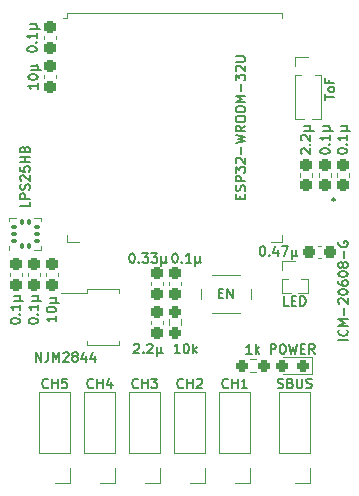
<source format=gto>
G04 #@! TF.GenerationSoftware,KiCad,Pcbnew,(6.0.1)*
G04 #@! TF.CreationDate,2022-07-28T15:49:31+09:00*
G04 #@! TF.ProjectId,Fc_stm32,46635f73-746d-4333-922e-6b696361645f,rev?*
G04 #@! TF.SameCoordinates,Original*
G04 #@! TF.FileFunction,Legend,Top*
G04 #@! TF.FilePolarity,Positive*
%FSLAX46Y46*%
G04 Gerber Fmt 4.6, Leading zero omitted, Abs format (unit mm)*
G04 Created by KiCad (PCBNEW (6.0.1)) date 2022-07-28 15:49:31*
%MOMM*%
%LPD*%
G01*
G04 APERTURE LIST*
G04 Aperture macros list*
%AMRoundRect*
0 Rectangle with rounded corners*
0 $1 Rounding radius*
0 $2 $3 $4 $5 $6 $7 $8 $9 X,Y pos of 4 corners*
0 Add a 4 corners polygon primitive as box body*
4,1,4,$2,$3,$4,$5,$6,$7,$8,$9,$2,$3,0*
0 Add four circle primitives for the rounded corners*
1,1,$1+$1,$2,$3*
1,1,$1+$1,$4,$5*
1,1,$1+$1,$6,$7*
1,1,$1+$1,$8,$9*
0 Add four rect primitives between the rounded corners*
20,1,$1+$1,$2,$3,$4,$5,0*
20,1,$1+$1,$4,$5,$6,$7,0*
20,1,$1+$1,$6,$7,$8,$9,0*
20,1,$1+$1,$8,$9,$2,$3,0*%
%AMFreePoly0*
4,1,13,0.900000,0.500000,3.600000,0.500000,3.600000,-0.500000,0.900000,-0.500000,0.400000,-1.000000,-0.400000,-1.000000,-0.900000,-0.500000,-3.600000,-0.500000,-3.600000,0.500000,-0.900000,0.500000,-0.400000,1.000000,0.400000,1.000000,0.900000,0.500000,0.900000,0.500000,$1*%
G04 Aperture macros list end*
%ADD10C,0.150000*%
%ADD11C,0.120000*%
%ADD12C,0.100000*%
%ADD13C,0.200000*%
%ADD14RoundRect,0.237500X0.237500X-0.300000X0.237500X0.300000X-0.237500X0.300000X-0.237500X-0.300000X0*%
%ADD15R,1.700000X1.700000*%
%ADD16O,1.700000X1.700000*%
%ADD17R,1.000000X1.000000*%
%ADD18O,1.000000X1.000000*%
%ADD19RoundRect,0.100000X0.100000X-0.175000X0.100000X0.175000X-0.100000X0.175000X-0.100000X-0.175000X0*%
%ADD20RoundRect,0.100000X0.175000X-0.100000X0.175000X0.100000X-0.175000X0.100000X-0.175000X-0.100000X0*%
%ADD21C,2.200000*%
%ADD22R,1.050000X0.650000*%
%ADD23R,2.500000X0.700000*%
%ADD24FreePoly0,0.000000*%
%ADD25RoundRect,0.237500X0.300000X0.237500X-0.300000X0.237500X-0.300000X-0.237500X0.300000X-0.237500X0*%
%ADD26RoundRect,0.237500X0.250000X0.237500X-0.250000X0.237500X-0.250000X-0.237500X0.250000X-0.237500X0*%
%ADD27RoundRect,0.237500X-0.237500X0.300000X-0.237500X-0.300000X0.237500X-0.300000X0.237500X0.300000X0*%
%ADD28RoundRect,0.237500X-0.237500X0.250000X-0.237500X-0.250000X0.237500X-0.250000X0.237500X0.250000X0*%
%ADD29R,2.000000X0.900000*%
%ADD30R,0.900000X2.000000*%
%ADD31R,5.000000X5.000000*%
%ADD32R,0.500000X0.300000*%
%ADD33R,0.300000X0.500000*%
%ADD34RoundRect,0.237500X0.287500X0.237500X-0.287500X0.237500X-0.287500X-0.237500X0.287500X-0.237500X0*%
G04 APERTURE END LIST*
D10*
X10763295Y-11887047D02*
X10725200Y-11848952D01*
X10687104Y-11772761D01*
X10687104Y-11582285D01*
X10725200Y-11506095D01*
X10763295Y-11468000D01*
X10839485Y-11429904D01*
X10915676Y-11429904D01*
X11029961Y-11468000D01*
X11487104Y-11925142D01*
X11487104Y-11429904D01*
X11410914Y-11087047D02*
X11449009Y-11048952D01*
X11487104Y-11087047D01*
X11449009Y-11125142D01*
X11410914Y-11087047D01*
X11487104Y-11087047D01*
X10763295Y-10744190D02*
X10725200Y-10706095D01*
X10687104Y-10629904D01*
X10687104Y-10439428D01*
X10725200Y-10363238D01*
X10763295Y-10325142D01*
X10839485Y-10287047D01*
X10915676Y-10287047D01*
X11029961Y-10325142D01*
X11487104Y-10782285D01*
X11487104Y-10287047D01*
X10953771Y-9944190D02*
X11753771Y-9944190D01*
X11372819Y-9563238D02*
X11449009Y-9525142D01*
X11487104Y-9448952D01*
X11372819Y-9944190D02*
X11449009Y-9906095D01*
X11487104Y-9829904D01*
X11487104Y-9677523D01*
X11449009Y-9601333D01*
X11372819Y-9563238D01*
X10953771Y-9563238D01*
X717619Y-31639714D02*
X679523Y-31677809D01*
X565238Y-31715904D01*
X489047Y-31715904D01*
X374761Y-31677809D01*
X298571Y-31601619D01*
X260476Y-31525428D01*
X222380Y-31373047D01*
X222380Y-31258761D01*
X260476Y-31106380D01*
X298571Y-31030190D01*
X374761Y-30954000D01*
X489047Y-30915904D01*
X565238Y-30915904D01*
X679523Y-30954000D01*
X717619Y-30992095D01*
X1060476Y-31715904D02*
X1060476Y-30915904D01*
X1060476Y-31296857D02*
X1517619Y-31296857D01*
X1517619Y-31715904D02*
X1517619Y-30915904D01*
X1860476Y-30992095D02*
X1898571Y-30954000D01*
X1974761Y-30915904D01*
X2165238Y-30915904D01*
X2241428Y-30954000D01*
X2279523Y-30992095D01*
X2317619Y-31068285D01*
X2317619Y-31144476D01*
X2279523Y-31258761D01*
X1822380Y-31715904D01*
X2317619Y-31715904D01*
X9645714Y-24745904D02*
X9264761Y-24745904D01*
X9264761Y-23945904D01*
X9912380Y-24326857D02*
X10179047Y-24326857D01*
X10293333Y-24745904D02*
X9912380Y-24745904D01*
X9912380Y-23945904D01*
X10293333Y-23945904D01*
X10636190Y-24745904D02*
X10636190Y-23945904D01*
X10826666Y-23945904D01*
X10940952Y-23984000D01*
X11017142Y-24060190D01*
X11055238Y-24136380D01*
X11093333Y-24288761D01*
X11093333Y-24403047D01*
X11055238Y-24555428D01*
X11017142Y-24631619D01*
X10940952Y-24707809D01*
X10826666Y-24745904D01*
X10636190Y-24745904D01*
X-3092380Y-31639714D02*
X-3130476Y-31677809D01*
X-3244761Y-31715904D01*
X-3320952Y-31715904D01*
X-3435238Y-31677809D01*
X-3511428Y-31601619D01*
X-3549523Y-31525428D01*
X-3587619Y-31373047D01*
X-3587619Y-31258761D01*
X-3549523Y-31106380D01*
X-3511428Y-31030190D01*
X-3435238Y-30954000D01*
X-3320952Y-30915904D01*
X-3244761Y-30915904D01*
X-3130476Y-30954000D01*
X-3092380Y-30992095D01*
X-2749523Y-31715904D02*
X-2749523Y-30915904D01*
X-2749523Y-31296857D02*
X-2292380Y-31296857D01*
X-2292380Y-31715904D02*
X-2292380Y-30915904D01*
X-1987619Y-30915904D02*
X-1492380Y-30915904D01*
X-1759047Y-31220666D01*
X-1644761Y-31220666D01*
X-1568571Y-31258761D01*
X-1530476Y-31296857D01*
X-1492380Y-31373047D01*
X-1492380Y-31563523D01*
X-1530476Y-31639714D01*
X-1568571Y-31677809D01*
X-1644761Y-31715904D01*
X-1873333Y-31715904D01*
X-1949523Y-31677809D01*
X-1987619Y-31639714D01*
X-12571Y-20288304D02*
X63619Y-20288304D01*
X139809Y-20326400D01*
X177904Y-20364495D01*
X216000Y-20440685D01*
X254095Y-20593066D01*
X254095Y-20783542D01*
X216000Y-20935923D01*
X177904Y-21012114D01*
X139809Y-21050209D01*
X63619Y-21088304D01*
X-12571Y-21088304D01*
X-88761Y-21050209D01*
X-126857Y-21012114D01*
X-164952Y-20935923D01*
X-203047Y-20783542D01*
X-203047Y-20593066D01*
X-164952Y-20440685D01*
X-126857Y-20364495D01*
X-88761Y-20326400D01*
X-12571Y-20288304D01*
X596952Y-21012114D02*
X635047Y-21050209D01*
X596952Y-21088304D01*
X558857Y-21050209D01*
X596952Y-21012114D01*
X596952Y-21088304D01*
X1396952Y-21088304D02*
X939809Y-21088304D01*
X1168380Y-21088304D02*
X1168380Y-20288304D01*
X1092190Y-20402590D01*
X1016000Y-20478780D01*
X939809Y-20516876D01*
X1739809Y-20554971D02*
X1739809Y-21354971D01*
X2120761Y-20974019D02*
X2158857Y-21050209D01*
X2235047Y-21088304D01*
X1739809Y-20974019D02*
X1777904Y-21050209D01*
X1854095Y-21088304D01*
X2006476Y-21088304D01*
X2082666Y-21050209D01*
X2120761Y-20974019D01*
X2120761Y-20554971D01*
X-3454247Y-28035295D02*
X-3416152Y-27997200D01*
X-3339961Y-27959104D01*
X-3149485Y-27959104D01*
X-3073295Y-27997200D01*
X-3035199Y-28035295D01*
X-2997104Y-28111485D01*
X-2997104Y-28187676D01*
X-3035199Y-28301961D01*
X-3492342Y-28759104D01*
X-2997104Y-28759104D01*
X-2654247Y-28682914D02*
X-2616152Y-28721009D01*
X-2654247Y-28759104D01*
X-2692342Y-28721009D01*
X-2654247Y-28682914D01*
X-2654247Y-28759104D01*
X-2311390Y-28035295D02*
X-2273295Y-27997200D01*
X-2197104Y-27959104D01*
X-2006628Y-27959104D01*
X-1930438Y-27997200D01*
X-1892342Y-28035295D01*
X-1854247Y-28111485D01*
X-1854247Y-28187676D01*
X-1892342Y-28301961D01*
X-2349485Y-28759104D01*
X-1854247Y-28759104D01*
X-1511390Y-28225771D02*
X-1511390Y-29025771D01*
X-1130438Y-28644819D02*
X-1092342Y-28721009D01*
X-1016152Y-28759104D01*
X-1511390Y-28644819D02*
X-1473295Y-28721009D01*
X-1397104Y-28759104D01*
X-1244723Y-28759104D01*
X-1168533Y-28721009D01*
X-1130438Y-28644819D01*
X-1130438Y-28225771D01*
X-12287295Y-15957285D02*
X-12287295Y-16338238D01*
X-13087295Y-16338238D01*
X-12287295Y-15690619D02*
X-13087295Y-15690619D01*
X-13087295Y-15385857D01*
X-13049200Y-15309666D01*
X-13011104Y-15271571D01*
X-12934914Y-15233476D01*
X-12820628Y-15233476D01*
X-12744438Y-15271571D01*
X-12706342Y-15309666D01*
X-12668247Y-15385857D01*
X-12668247Y-15690619D01*
X-12325390Y-14928714D02*
X-12287295Y-14814428D01*
X-12287295Y-14623952D01*
X-12325390Y-14547761D01*
X-12363485Y-14509666D01*
X-12439676Y-14471571D01*
X-12515866Y-14471571D01*
X-12592057Y-14509666D01*
X-12630152Y-14547761D01*
X-12668247Y-14623952D01*
X-12706342Y-14776333D01*
X-12744438Y-14852523D01*
X-12782533Y-14890619D01*
X-12858723Y-14928714D01*
X-12934914Y-14928714D01*
X-13011104Y-14890619D01*
X-13049200Y-14852523D01*
X-13087295Y-14776333D01*
X-13087295Y-14585857D01*
X-13049200Y-14471571D01*
X-13011104Y-14166809D02*
X-13049200Y-14128714D01*
X-13087295Y-14052523D01*
X-13087295Y-13862047D01*
X-13049200Y-13785857D01*
X-13011104Y-13747761D01*
X-12934914Y-13709666D01*
X-12858723Y-13709666D01*
X-12744438Y-13747761D01*
X-12287295Y-14204904D01*
X-12287295Y-13709666D01*
X-13087295Y-12985857D02*
X-13087295Y-13366809D01*
X-12706342Y-13404904D01*
X-12744438Y-13366809D01*
X-12782533Y-13290619D01*
X-12782533Y-13100142D01*
X-12744438Y-13023952D01*
X-12706342Y-12985857D01*
X-12630152Y-12947761D01*
X-12439676Y-12947761D01*
X-12363485Y-12985857D01*
X-12325390Y-13023952D01*
X-12287295Y-13100142D01*
X-12287295Y-13290619D01*
X-12325390Y-13366809D01*
X-12363485Y-13404904D01*
X-12287295Y-12604904D02*
X-13087295Y-12604904D01*
X-12706342Y-12604904D02*
X-12706342Y-12147761D01*
X-12287295Y-12147761D02*
X-13087295Y-12147761D01*
X-12706342Y-11500142D02*
X-12668247Y-11385857D01*
X-12630152Y-11347761D01*
X-12553961Y-11309666D01*
X-12439676Y-11309666D01*
X-12363485Y-11347761D01*
X-12325390Y-11385857D01*
X-12287295Y-11462047D01*
X-12287295Y-11766809D01*
X-13087295Y-11766809D01*
X-13087295Y-11500142D01*
X-13049200Y-11423952D01*
X-13011104Y-11385857D01*
X-12934914Y-11347761D01*
X-12858723Y-11347761D01*
X-12782533Y-11385857D01*
X-12744438Y-11423952D01*
X-12706342Y-11500142D01*
X-12706342Y-11766809D01*
X13785904Y-11696571D02*
X13785904Y-11620380D01*
X13824000Y-11544190D01*
X13862095Y-11506095D01*
X13938285Y-11468000D01*
X14090666Y-11429904D01*
X14281142Y-11429904D01*
X14433523Y-11468000D01*
X14509714Y-11506095D01*
X14547809Y-11544190D01*
X14585904Y-11620380D01*
X14585904Y-11696571D01*
X14547809Y-11772761D01*
X14509714Y-11810857D01*
X14433523Y-11848952D01*
X14281142Y-11887047D01*
X14090666Y-11887047D01*
X13938285Y-11848952D01*
X13862095Y-11810857D01*
X13824000Y-11772761D01*
X13785904Y-11696571D01*
X14509714Y-11087047D02*
X14547809Y-11048952D01*
X14585904Y-11087047D01*
X14547809Y-11125142D01*
X14509714Y-11087047D01*
X14585904Y-11087047D01*
X14585904Y-10287047D02*
X14585904Y-10744190D01*
X14585904Y-10515619D02*
X13785904Y-10515619D01*
X13900190Y-10591809D01*
X13976380Y-10668000D01*
X14014476Y-10744190D01*
X14052571Y-9944190D02*
X14852571Y-9944190D01*
X14471619Y-9563238D02*
X14547809Y-9525142D01*
X14585904Y-9448952D01*
X14471619Y-9944190D02*
X14547809Y-9906095D01*
X14585904Y-9829904D01*
X14585904Y-9677523D01*
X14547809Y-9601333D01*
X14471619Y-9563238D01*
X14052571Y-9563238D01*
X3727523Y-23691857D02*
X3994190Y-23691857D01*
X4108476Y-24110904D02*
X3727523Y-24110904D01*
X3727523Y-23310904D01*
X4108476Y-23310904D01*
X4451333Y-24110904D02*
X4451333Y-23310904D01*
X4908476Y-24110904D01*
X4908476Y-23310904D01*
X-10052095Y-25615828D02*
X-10052095Y-26072971D01*
X-10052095Y-25844400D02*
X-10852095Y-25844400D01*
X-10737809Y-25920590D01*
X-10661619Y-25996780D01*
X-10623523Y-26072971D01*
X-10852095Y-25120590D02*
X-10852095Y-25044400D01*
X-10814000Y-24968209D01*
X-10775904Y-24930114D01*
X-10699714Y-24892019D01*
X-10547333Y-24853923D01*
X-10356857Y-24853923D01*
X-10204476Y-24892019D01*
X-10128285Y-24930114D01*
X-10090190Y-24968209D01*
X-10052095Y-25044400D01*
X-10052095Y-25120590D01*
X-10090190Y-25196780D01*
X-10128285Y-25234876D01*
X-10204476Y-25272971D01*
X-10356857Y-25311066D01*
X-10547333Y-25311066D01*
X-10699714Y-25272971D01*
X-10775904Y-25234876D01*
X-10814000Y-25196780D01*
X-10852095Y-25120590D01*
X-10585428Y-24511066D02*
X-9785428Y-24511066D01*
X-10166380Y-24130114D02*
X-10090190Y-24092019D01*
X-10052095Y-24015828D01*
X-10166380Y-24511066D02*
X-10090190Y-24472971D01*
X-10052095Y-24396780D01*
X-10052095Y-24244400D01*
X-10090190Y-24168209D01*
X-10166380Y-24130114D01*
X-10585428Y-24130114D01*
X-12503095Y-3060571D02*
X-12503095Y-2984380D01*
X-12465000Y-2908190D01*
X-12426904Y-2870095D01*
X-12350714Y-2832000D01*
X-12198333Y-2793904D01*
X-12007857Y-2793904D01*
X-11855476Y-2832000D01*
X-11779285Y-2870095D01*
X-11741190Y-2908190D01*
X-11703095Y-2984380D01*
X-11703095Y-3060571D01*
X-11741190Y-3136761D01*
X-11779285Y-3174857D01*
X-11855476Y-3212952D01*
X-12007857Y-3251047D01*
X-12198333Y-3251047D01*
X-12350714Y-3212952D01*
X-12426904Y-3174857D01*
X-12465000Y-3136761D01*
X-12503095Y-3060571D01*
X-11779285Y-2451047D02*
X-11741190Y-2412952D01*
X-11703095Y-2451047D01*
X-11741190Y-2489142D01*
X-11779285Y-2451047D01*
X-11703095Y-2451047D01*
X-11703095Y-1651047D02*
X-11703095Y-2108190D01*
X-11703095Y-1879619D02*
X-12503095Y-1879619D01*
X-12388809Y-1955809D01*
X-12312619Y-2032000D01*
X-12274523Y-2108190D01*
X-12236428Y-1308190D02*
X-11436428Y-1308190D01*
X-11817380Y-927238D02*
X-11741190Y-889142D01*
X-11703095Y-812952D01*
X-11817380Y-1308190D02*
X-11741190Y-1270095D01*
X-11703095Y-1193904D01*
X-11703095Y-1041523D01*
X-11741190Y-965333D01*
X-11817380Y-927238D01*
X-12236428Y-927238D01*
X12719104Y-7308733D02*
X12719104Y-6851590D01*
X13519104Y-7080161D02*
X12719104Y-7080161D01*
X13519104Y-6470638D02*
X13481009Y-6546828D01*
X13442914Y-6584923D01*
X13366723Y-6623019D01*
X13138152Y-6623019D01*
X13061961Y-6584923D01*
X13023866Y-6546828D01*
X12985771Y-6470638D01*
X12985771Y-6356352D01*
X13023866Y-6280161D01*
X13061961Y-6242066D01*
X13138152Y-6203971D01*
X13366723Y-6203971D01*
X13442914Y-6242066D01*
X13481009Y-6280161D01*
X13519104Y-6356352D01*
X13519104Y-6470638D01*
X13100057Y-5594447D02*
X13100057Y-5861114D01*
X13519104Y-5861114D02*
X12719104Y-5861114D01*
X12719104Y-5480161D01*
X-11759885Y-29495704D02*
X-11759885Y-28695704D01*
X-11302742Y-29495704D01*
X-11302742Y-28695704D01*
X-10693219Y-28695704D02*
X-10693219Y-29267133D01*
X-10731314Y-29381419D01*
X-10807504Y-29457609D01*
X-10921790Y-29495704D01*
X-10997980Y-29495704D01*
X-10312266Y-29495704D02*
X-10312266Y-28695704D01*
X-10045600Y-29267133D01*
X-9778933Y-28695704D01*
X-9778933Y-29495704D01*
X-9436076Y-28771895D02*
X-9397980Y-28733800D01*
X-9321790Y-28695704D01*
X-9131314Y-28695704D01*
X-9055123Y-28733800D01*
X-9017028Y-28771895D01*
X-8978933Y-28848085D01*
X-8978933Y-28924276D01*
X-9017028Y-29038561D01*
X-9474171Y-29495704D01*
X-8978933Y-29495704D01*
X-8521790Y-29038561D02*
X-8597980Y-29000466D01*
X-8636076Y-28962371D01*
X-8674171Y-28886180D01*
X-8674171Y-28848085D01*
X-8636076Y-28771895D01*
X-8597980Y-28733800D01*
X-8521790Y-28695704D01*
X-8369409Y-28695704D01*
X-8293219Y-28733800D01*
X-8255123Y-28771895D01*
X-8217028Y-28848085D01*
X-8217028Y-28886180D01*
X-8255123Y-28962371D01*
X-8293219Y-29000466D01*
X-8369409Y-29038561D01*
X-8521790Y-29038561D01*
X-8597980Y-29076657D01*
X-8636076Y-29114752D01*
X-8674171Y-29190942D01*
X-8674171Y-29343323D01*
X-8636076Y-29419514D01*
X-8597980Y-29457609D01*
X-8521790Y-29495704D01*
X-8369409Y-29495704D01*
X-8293219Y-29457609D01*
X-8255123Y-29419514D01*
X-8217028Y-29343323D01*
X-8217028Y-29190942D01*
X-8255123Y-29114752D01*
X-8293219Y-29076657D01*
X-8369409Y-29038561D01*
X-7531314Y-28962371D02*
X-7531314Y-29495704D01*
X-7721790Y-28657609D02*
X-7912266Y-29229038D01*
X-7417028Y-29229038D01*
X-6769409Y-28962371D02*
X-6769409Y-29495704D01*
X-6959885Y-28657609D02*
X-7150361Y-29229038D01*
X-6655123Y-29229038D01*
X4527619Y-31639714D02*
X4489523Y-31677809D01*
X4375238Y-31715904D01*
X4299047Y-31715904D01*
X4184761Y-31677809D01*
X4108571Y-31601619D01*
X4070476Y-31525428D01*
X4032380Y-31373047D01*
X4032380Y-31258761D01*
X4070476Y-31106380D01*
X4108571Y-31030190D01*
X4184761Y-30954000D01*
X4299047Y-30915904D01*
X4375238Y-30915904D01*
X4489523Y-30954000D01*
X4527619Y-30992095D01*
X4870476Y-31715904D02*
X4870476Y-30915904D01*
X4870476Y-31296857D02*
X5327619Y-31296857D01*
X5327619Y-31715904D02*
X5327619Y-30915904D01*
X6127619Y-31715904D02*
X5670476Y-31715904D01*
X5899047Y-31715904D02*
X5899047Y-30915904D01*
X5822857Y-31030190D01*
X5746666Y-31106380D01*
X5670476Y-31144476D01*
X7378876Y-19729504D02*
X7455066Y-19729504D01*
X7531257Y-19767600D01*
X7569352Y-19805695D01*
X7607447Y-19881885D01*
X7645542Y-20034266D01*
X7645542Y-20224742D01*
X7607447Y-20377123D01*
X7569352Y-20453314D01*
X7531257Y-20491409D01*
X7455066Y-20529504D01*
X7378876Y-20529504D01*
X7302685Y-20491409D01*
X7264590Y-20453314D01*
X7226495Y-20377123D01*
X7188400Y-20224742D01*
X7188400Y-20034266D01*
X7226495Y-19881885D01*
X7264590Y-19805695D01*
X7302685Y-19767600D01*
X7378876Y-19729504D01*
X7988400Y-20453314D02*
X8026495Y-20491409D01*
X7988400Y-20529504D01*
X7950304Y-20491409D01*
X7988400Y-20453314D01*
X7988400Y-20529504D01*
X8712209Y-19996171D02*
X8712209Y-20529504D01*
X8521733Y-19691409D02*
X8331257Y-20262838D01*
X8826495Y-20262838D01*
X9055066Y-19729504D02*
X9588400Y-19729504D01*
X9245542Y-20529504D01*
X9893161Y-19996171D02*
X9893161Y-20796171D01*
X10274114Y-20415219D02*
X10312209Y-20491409D01*
X10388400Y-20529504D01*
X9893161Y-20415219D02*
X9931257Y-20491409D01*
X10007447Y-20529504D01*
X10159828Y-20529504D01*
X10236019Y-20491409D01*
X10274114Y-20415219D01*
X10274114Y-19996171D01*
X6508761Y-28809904D02*
X6051619Y-28809904D01*
X6280190Y-28809904D02*
X6280190Y-28009904D01*
X6204000Y-28124190D01*
X6127809Y-28200380D01*
X6051619Y-28238476D01*
X6851619Y-28809904D02*
X6851619Y-28009904D01*
X6927809Y-28505142D02*
X7156380Y-28809904D01*
X7156380Y-28276571D02*
X6851619Y-28581333D01*
X8731428Y-31677809D02*
X8845714Y-31715904D01*
X9036190Y-31715904D01*
X9112380Y-31677809D01*
X9150476Y-31639714D01*
X9188571Y-31563523D01*
X9188571Y-31487333D01*
X9150476Y-31411142D01*
X9112380Y-31373047D01*
X9036190Y-31334952D01*
X8883809Y-31296857D01*
X8807619Y-31258761D01*
X8769523Y-31220666D01*
X8731428Y-31144476D01*
X8731428Y-31068285D01*
X8769523Y-30992095D01*
X8807619Y-30954000D01*
X8883809Y-30915904D01*
X9074285Y-30915904D01*
X9188571Y-30954000D01*
X9798095Y-31296857D02*
X9912380Y-31334952D01*
X9950476Y-31373047D01*
X9988571Y-31449238D01*
X9988571Y-31563523D01*
X9950476Y-31639714D01*
X9912380Y-31677809D01*
X9836190Y-31715904D01*
X9531428Y-31715904D01*
X9531428Y-30915904D01*
X9798095Y-30915904D01*
X9874285Y-30954000D01*
X9912380Y-30992095D01*
X9950476Y-31068285D01*
X9950476Y-31144476D01*
X9912380Y-31220666D01*
X9874285Y-31258761D01*
X9798095Y-31296857D01*
X9531428Y-31296857D01*
X10331428Y-30915904D02*
X10331428Y-31563523D01*
X10369523Y-31639714D01*
X10407619Y-31677809D01*
X10483809Y-31715904D01*
X10636190Y-31715904D01*
X10712380Y-31677809D01*
X10750476Y-31639714D01*
X10788571Y-31563523D01*
X10788571Y-30915904D01*
X11131428Y-31677809D02*
X11245714Y-31715904D01*
X11436190Y-31715904D01*
X11512380Y-31677809D01*
X11550476Y-31639714D01*
X11588571Y-31563523D01*
X11588571Y-31487333D01*
X11550476Y-31411142D01*
X11512380Y-31373047D01*
X11436190Y-31334952D01*
X11283809Y-31296857D01*
X11207619Y-31258761D01*
X11169523Y-31220666D01*
X11131428Y-31144476D01*
X11131428Y-31068285D01*
X11169523Y-30992095D01*
X11207619Y-30954000D01*
X11283809Y-30915904D01*
X11474285Y-30915904D01*
X11588571Y-30954000D01*
X-11609095Y-5905428D02*
X-11609095Y-6362571D01*
X-11609095Y-6134000D02*
X-12409095Y-6134000D01*
X-12294809Y-6210190D01*
X-12218619Y-6286380D01*
X-12180523Y-6362571D01*
X-12409095Y-5410190D02*
X-12409095Y-5334000D01*
X-12371000Y-5257809D01*
X-12332904Y-5219714D01*
X-12256714Y-5181619D01*
X-12104333Y-5143523D01*
X-11913857Y-5143523D01*
X-11761476Y-5181619D01*
X-11685285Y-5219714D01*
X-11647190Y-5257809D01*
X-11609095Y-5334000D01*
X-11609095Y-5410190D01*
X-11647190Y-5486380D01*
X-11685285Y-5524476D01*
X-11761476Y-5562571D01*
X-11913857Y-5600666D01*
X-12104333Y-5600666D01*
X-12256714Y-5562571D01*
X-12332904Y-5524476D01*
X-12371000Y-5486380D01*
X-12409095Y-5410190D01*
X-12142428Y-4800666D02*
X-11342428Y-4800666D01*
X-11723380Y-4419714D02*
X-11647190Y-4381619D01*
X-11609095Y-4305428D01*
X-11723380Y-4800666D02*
X-11647190Y-4762571D01*
X-11609095Y-4686380D01*
X-11609095Y-4534000D01*
X-11647190Y-4457809D01*
X-11723380Y-4419714D01*
X-12142428Y-4419714D01*
X-6902380Y-31639714D02*
X-6940476Y-31677809D01*
X-7054761Y-31715904D01*
X-7130952Y-31715904D01*
X-7245238Y-31677809D01*
X-7321428Y-31601619D01*
X-7359523Y-31525428D01*
X-7397619Y-31373047D01*
X-7397619Y-31258761D01*
X-7359523Y-31106380D01*
X-7321428Y-31030190D01*
X-7245238Y-30954000D01*
X-7130952Y-30915904D01*
X-7054761Y-30915904D01*
X-6940476Y-30954000D01*
X-6902380Y-30992095D01*
X-6559523Y-31715904D02*
X-6559523Y-30915904D01*
X-6559523Y-31296857D02*
X-6102380Y-31296857D01*
X-6102380Y-31715904D02*
X-6102380Y-30915904D01*
X-5378571Y-31182571D02*
X-5378571Y-31715904D01*
X-5569047Y-30877809D02*
X-5759523Y-31449238D01*
X-5264285Y-31449238D01*
X-3644723Y-20288304D02*
X-3568533Y-20288304D01*
X-3492342Y-20326400D01*
X-3454247Y-20364495D01*
X-3416152Y-20440685D01*
X-3378057Y-20593066D01*
X-3378057Y-20783542D01*
X-3416152Y-20935923D01*
X-3454247Y-21012114D01*
X-3492342Y-21050209D01*
X-3568533Y-21088304D01*
X-3644723Y-21088304D01*
X-3720914Y-21050209D01*
X-3759009Y-21012114D01*
X-3797104Y-20935923D01*
X-3835200Y-20783542D01*
X-3835200Y-20593066D01*
X-3797104Y-20440685D01*
X-3759009Y-20364495D01*
X-3720914Y-20326400D01*
X-3644723Y-20288304D01*
X-3035200Y-21012114D02*
X-2997104Y-21050209D01*
X-3035200Y-21088304D01*
X-3073295Y-21050209D01*
X-3035200Y-21012114D01*
X-3035200Y-21088304D01*
X-2730438Y-20288304D02*
X-2235200Y-20288304D01*
X-2501866Y-20593066D01*
X-2387580Y-20593066D01*
X-2311390Y-20631161D01*
X-2273295Y-20669257D01*
X-2235200Y-20745447D01*
X-2235200Y-20935923D01*
X-2273295Y-21012114D01*
X-2311390Y-21050209D01*
X-2387580Y-21088304D01*
X-2616152Y-21088304D01*
X-2692342Y-21050209D01*
X-2730438Y-21012114D01*
X-1968533Y-20288304D02*
X-1473295Y-20288304D01*
X-1739961Y-20593066D01*
X-1625676Y-20593066D01*
X-1549485Y-20631161D01*
X-1511390Y-20669257D01*
X-1473295Y-20745447D01*
X-1473295Y-20935923D01*
X-1511390Y-21012114D01*
X-1549485Y-21050209D01*
X-1625676Y-21088304D01*
X-1854247Y-21088304D01*
X-1930438Y-21050209D01*
X-1968533Y-21012114D01*
X-1130438Y-20554971D02*
X-1130438Y-21354971D01*
X-749485Y-20974019D02*
X-711390Y-21050209D01*
X-635200Y-21088304D01*
X-1130438Y-20974019D02*
X-1092342Y-21050209D01*
X-1016152Y-21088304D01*
X-863771Y-21088304D01*
X-787580Y-21050209D01*
X-749485Y-20974019D01*
X-749485Y-20554971D01*
X-10712380Y-31639714D02*
X-10750476Y-31677809D01*
X-10864761Y-31715904D01*
X-10940952Y-31715904D01*
X-11055238Y-31677809D01*
X-11131428Y-31601619D01*
X-11169523Y-31525428D01*
X-11207619Y-31373047D01*
X-11207619Y-31258761D01*
X-11169523Y-31106380D01*
X-11131428Y-31030190D01*
X-11055238Y-30954000D01*
X-10940952Y-30915904D01*
X-10864761Y-30915904D01*
X-10750476Y-30954000D01*
X-10712380Y-30992095D01*
X-10369523Y-31715904D02*
X-10369523Y-30915904D01*
X-10369523Y-31296857D02*
X-9912380Y-31296857D01*
X-9912380Y-31715904D02*
X-9912380Y-30915904D01*
X-9150476Y-30915904D02*
X-9531428Y-30915904D01*
X-9569523Y-31296857D01*
X-9531428Y-31258761D01*
X-9455238Y-31220666D01*
X-9264761Y-31220666D01*
X-9188571Y-31258761D01*
X-9150476Y-31296857D01*
X-9112380Y-31373047D01*
X-9112380Y-31563523D01*
X-9150476Y-31639714D01*
X-9188571Y-31677809D01*
X-9264761Y-31715904D01*
X-9455238Y-31715904D01*
X-9531428Y-31677809D01*
X-9569523Y-31639714D01*
X438209Y-28759104D02*
X-18933Y-28759104D01*
X209638Y-28759104D02*
X209638Y-27959104D01*
X133447Y-28073390D01*
X57257Y-28149580D01*
X-18933Y-28187676D01*
X933447Y-27959104D02*
X1009638Y-27959104D01*
X1085828Y-27997200D01*
X1123923Y-28035295D01*
X1162019Y-28111485D01*
X1200114Y-28263866D01*
X1200114Y-28454342D01*
X1162019Y-28606723D01*
X1123923Y-28682914D01*
X1085828Y-28721009D01*
X1009638Y-28759104D01*
X933447Y-28759104D01*
X857257Y-28721009D01*
X819161Y-28682914D01*
X781066Y-28606723D01*
X742971Y-28454342D01*
X742971Y-28263866D01*
X781066Y-28111485D01*
X819161Y-28035295D01*
X857257Y-27997200D01*
X933447Y-27959104D01*
X1542971Y-28759104D02*
X1542971Y-27959104D01*
X1619161Y-28454342D02*
X1847733Y-28759104D01*
X1847733Y-28225771D02*
X1542971Y-28530533D01*
X5530857Y-15690095D02*
X5530857Y-15423428D01*
X5949904Y-15309142D02*
X5949904Y-15690095D01*
X5149904Y-15690095D01*
X5149904Y-15309142D01*
X5911809Y-15004380D02*
X5949904Y-14890095D01*
X5949904Y-14699619D01*
X5911809Y-14623428D01*
X5873714Y-14585333D01*
X5797523Y-14547238D01*
X5721333Y-14547238D01*
X5645142Y-14585333D01*
X5607047Y-14623428D01*
X5568952Y-14699619D01*
X5530857Y-14852000D01*
X5492761Y-14928190D01*
X5454666Y-14966285D01*
X5378476Y-15004380D01*
X5302285Y-15004380D01*
X5226095Y-14966285D01*
X5188000Y-14928190D01*
X5149904Y-14852000D01*
X5149904Y-14661523D01*
X5188000Y-14547238D01*
X5949904Y-14204380D02*
X5149904Y-14204380D01*
X5149904Y-13899619D01*
X5188000Y-13823428D01*
X5226095Y-13785333D01*
X5302285Y-13747238D01*
X5416571Y-13747238D01*
X5492761Y-13785333D01*
X5530857Y-13823428D01*
X5568952Y-13899619D01*
X5568952Y-14204380D01*
X5149904Y-13480571D02*
X5149904Y-12985333D01*
X5454666Y-13252000D01*
X5454666Y-13137714D01*
X5492761Y-13061523D01*
X5530857Y-13023428D01*
X5607047Y-12985333D01*
X5797523Y-12985333D01*
X5873714Y-13023428D01*
X5911809Y-13061523D01*
X5949904Y-13137714D01*
X5949904Y-13366285D01*
X5911809Y-13442476D01*
X5873714Y-13480571D01*
X5226095Y-12680571D02*
X5188000Y-12642476D01*
X5149904Y-12566285D01*
X5149904Y-12375809D01*
X5188000Y-12299619D01*
X5226095Y-12261523D01*
X5302285Y-12223428D01*
X5378476Y-12223428D01*
X5492761Y-12261523D01*
X5949904Y-12718666D01*
X5949904Y-12223428D01*
X5645142Y-11880571D02*
X5645142Y-11271047D01*
X5149904Y-10966285D02*
X5949904Y-10775809D01*
X5378476Y-10623428D01*
X5949904Y-10471047D01*
X5149904Y-10280571D01*
X5949904Y-9518666D02*
X5568952Y-9785333D01*
X5949904Y-9975809D02*
X5149904Y-9975809D01*
X5149904Y-9671047D01*
X5188000Y-9594857D01*
X5226095Y-9556761D01*
X5302285Y-9518666D01*
X5416571Y-9518666D01*
X5492761Y-9556761D01*
X5530857Y-9594857D01*
X5568952Y-9671047D01*
X5568952Y-9975809D01*
X5149904Y-9023428D02*
X5149904Y-8871047D01*
X5188000Y-8794857D01*
X5264190Y-8718666D01*
X5416571Y-8680571D01*
X5683238Y-8680571D01*
X5835619Y-8718666D01*
X5911809Y-8794857D01*
X5949904Y-8871047D01*
X5949904Y-9023428D01*
X5911809Y-9099619D01*
X5835619Y-9175809D01*
X5683238Y-9213904D01*
X5416571Y-9213904D01*
X5264190Y-9175809D01*
X5188000Y-9099619D01*
X5149904Y-9023428D01*
X5149904Y-8185333D02*
X5149904Y-8032952D01*
X5188000Y-7956761D01*
X5264190Y-7880571D01*
X5416571Y-7842476D01*
X5683238Y-7842476D01*
X5835619Y-7880571D01*
X5911809Y-7956761D01*
X5949904Y-8032952D01*
X5949904Y-8185333D01*
X5911809Y-8261523D01*
X5835619Y-8337714D01*
X5683238Y-8375809D01*
X5416571Y-8375809D01*
X5264190Y-8337714D01*
X5188000Y-8261523D01*
X5149904Y-8185333D01*
X5949904Y-7499619D02*
X5149904Y-7499619D01*
X5721333Y-7232952D01*
X5149904Y-6966285D01*
X5949904Y-6966285D01*
X5645142Y-6585333D02*
X5645142Y-5975809D01*
X5149904Y-5671047D02*
X5149904Y-5175809D01*
X5454666Y-5442476D01*
X5454666Y-5328190D01*
X5492761Y-5252000D01*
X5530857Y-5213904D01*
X5607047Y-5175809D01*
X5797523Y-5175809D01*
X5873714Y-5213904D01*
X5911809Y-5252000D01*
X5949904Y-5328190D01*
X5949904Y-5556761D01*
X5911809Y-5632952D01*
X5873714Y-5671047D01*
X5226095Y-4871047D02*
X5188000Y-4832952D01*
X5149904Y-4756761D01*
X5149904Y-4566285D01*
X5188000Y-4490095D01*
X5226095Y-4452000D01*
X5302285Y-4413904D01*
X5378476Y-4413904D01*
X5492761Y-4452000D01*
X5949904Y-4909142D01*
X5949904Y-4413904D01*
X5149904Y-4071047D02*
X5797523Y-4071047D01*
X5873714Y-4032952D01*
X5911809Y-3994857D01*
X5949904Y-3918666D01*
X5949904Y-3766285D01*
X5911809Y-3690095D01*
X5873714Y-3652000D01*
X5797523Y-3613904D01*
X5149904Y-3613904D01*
X-12376095Y-26072971D02*
X-12376095Y-25996780D01*
X-12338000Y-25920590D01*
X-12299904Y-25882495D01*
X-12223714Y-25844400D01*
X-12071333Y-25806304D01*
X-11880857Y-25806304D01*
X-11728476Y-25844400D01*
X-11652285Y-25882495D01*
X-11614190Y-25920590D01*
X-11576095Y-25996780D01*
X-11576095Y-26072971D01*
X-11614190Y-26149161D01*
X-11652285Y-26187257D01*
X-11728476Y-26225352D01*
X-11880857Y-26263447D01*
X-12071333Y-26263447D01*
X-12223714Y-26225352D01*
X-12299904Y-26187257D01*
X-12338000Y-26149161D01*
X-12376095Y-26072971D01*
X-11652285Y-25463447D02*
X-11614190Y-25425352D01*
X-11576095Y-25463447D01*
X-11614190Y-25501542D01*
X-11652285Y-25463447D01*
X-11576095Y-25463447D01*
X-11576095Y-24663447D02*
X-11576095Y-25120590D01*
X-11576095Y-24892019D02*
X-12376095Y-24892019D01*
X-12261809Y-24968209D01*
X-12185619Y-25044400D01*
X-12147523Y-25120590D01*
X-12109428Y-24320590D02*
X-11309428Y-24320590D01*
X-11690380Y-23939638D02*
X-11614190Y-23901542D01*
X-11576095Y-23825352D01*
X-11690380Y-24320590D02*
X-11614190Y-24282495D01*
X-11576095Y-24206304D01*
X-11576095Y-24053923D01*
X-11614190Y-23977733D01*
X-11690380Y-23939638D01*
X-12109428Y-23939638D01*
X-13900095Y-26072971D02*
X-13900095Y-25996780D01*
X-13862000Y-25920590D01*
X-13823904Y-25882495D01*
X-13747714Y-25844400D01*
X-13595333Y-25806304D01*
X-13404857Y-25806304D01*
X-13252476Y-25844400D01*
X-13176285Y-25882495D01*
X-13138190Y-25920590D01*
X-13100095Y-25996780D01*
X-13100095Y-26072971D01*
X-13138190Y-26149161D01*
X-13176285Y-26187257D01*
X-13252476Y-26225352D01*
X-13404857Y-26263447D01*
X-13595333Y-26263447D01*
X-13747714Y-26225352D01*
X-13823904Y-26187257D01*
X-13862000Y-26149161D01*
X-13900095Y-26072971D01*
X-13176285Y-25463447D02*
X-13138190Y-25425352D01*
X-13100095Y-25463447D01*
X-13138190Y-25501542D01*
X-13176285Y-25463447D01*
X-13100095Y-25463447D01*
X-13100095Y-24663447D02*
X-13100095Y-25120590D01*
X-13100095Y-24892019D02*
X-13900095Y-24892019D01*
X-13785809Y-24968209D01*
X-13709619Y-25044400D01*
X-13671523Y-25120590D01*
X-13633428Y-24320590D02*
X-12833428Y-24320590D01*
X-13214380Y-23939638D02*
X-13138190Y-23901542D01*
X-13100095Y-23825352D01*
X-13214380Y-24320590D02*
X-13138190Y-24282495D01*
X-13100095Y-24206304D01*
X-13100095Y-24053923D01*
X-13138190Y-23977733D01*
X-13214380Y-23939638D01*
X-13633428Y-23939638D01*
X14662104Y-27621980D02*
X13862104Y-27621980D01*
X14585914Y-26783885D02*
X14624009Y-26821980D01*
X14662104Y-26936266D01*
X14662104Y-27012457D01*
X14624009Y-27126742D01*
X14547819Y-27202933D01*
X14471628Y-27241028D01*
X14319247Y-27279123D01*
X14204961Y-27279123D01*
X14052580Y-27241028D01*
X13976390Y-27202933D01*
X13900200Y-27126742D01*
X13862104Y-27012457D01*
X13862104Y-26936266D01*
X13900200Y-26821980D01*
X13938295Y-26783885D01*
X14662104Y-26441028D02*
X13862104Y-26441028D01*
X14433533Y-26174361D01*
X13862104Y-25907695D01*
X14662104Y-25907695D01*
X14357342Y-25526742D02*
X14357342Y-24917219D01*
X13938295Y-24574361D02*
X13900200Y-24536266D01*
X13862104Y-24460076D01*
X13862104Y-24269600D01*
X13900200Y-24193409D01*
X13938295Y-24155314D01*
X14014485Y-24117219D01*
X14090676Y-24117219D01*
X14204961Y-24155314D01*
X14662104Y-24612457D01*
X14662104Y-24117219D01*
X13862104Y-23621980D02*
X13862104Y-23545790D01*
X13900200Y-23469600D01*
X13938295Y-23431504D01*
X14014485Y-23393409D01*
X14166866Y-23355314D01*
X14357342Y-23355314D01*
X14509723Y-23393409D01*
X14585914Y-23431504D01*
X14624009Y-23469600D01*
X14662104Y-23545790D01*
X14662104Y-23621980D01*
X14624009Y-23698171D01*
X14585914Y-23736266D01*
X14509723Y-23774361D01*
X14357342Y-23812457D01*
X14166866Y-23812457D01*
X14014485Y-23774361D01*
X13938295Y-23736266D01*
X13900200Y-23698171D01*
X13862104Y-23621980D01*
X13862104Y-22669600D02*
X13862104Y-22821980D01*
X13900200Y-22898171D01*
X13938295Y-22936266D01*
X14052580Y-23012457D01*
X14204961Y-23050552D01*
X14509723Y-23050552D01*
X14585914Y-23012457D01*
X14624009Y-22974361D01*
X14662104Y-22898171D01*
X14662104Y-22745790D01*
X14624009Y-22669600D01*
X14585914Y-22631504D01*
X14509723Y-22593409D01*
X14319247Y-22593409D01*
X14243057Y-22631504D01*
X14204961Y-22669600D01*
X14166866Y-22745790D01*
X14166866Y-22898171D01*
X14204961Y-22974361D01*
X14243057Y-23012457D01*
X14319247Y-23050552D01*
X13862104Y-22098171D02*
X13862104Y-22021980D01*
X13900200Y-21945790D01*
X13938295Y-21907695D01*
X14014485Y-21869600D01*
X14166866Y-21831504D01*
X14357342Y-21831504D01*
X14509723Y-21869600D01*
X14585914Y-21907695D01*
X14624009Y-21945790D01*
X14662104Y-22021980D01*
X14662104Y-22098171D01*
X14624009Y-22174361D01*
X14585914Y-22212457D01*
X14509723Y-22250552D01*
X14357342Y-22288647D01*
X14166866Y-22288647D01*
X14014485Y-22250552D01*
X13938295Y-22212457D01*
X13900200Y-22174361D01*
X13862104Y-22098171D01*
X14204961Y-21374361D02*
X14166866Y-21450552D01*
X14128771Y-21488647D01*
X14052580Y-21526742D01*
X14014485Y-21526742D01*
X13938295Y-21488647D01*
X13900200Y-21450552D01*
X13862104Y-21374361D01*
X13862104Y-21221980D01*
X13900200Y-21145790D01*
X13938295Y-21107695D01*
X14014485Y-21069600D01*
X14052580Y-21069600D01*
X14128771Y-21107695D01*
X14166866Y-21145790D01*
X14204961Y-21221980D01*
X14204961Y-21374361D01*
X14243057Y-21450552D01*
X14281152Y-21488647D01*
X14357342Y-21526742D01*
X14509723Y-21526742D01*
X14585914Y-21488647D01*
X14624009Y-21450552D01*
X14662104Y-21374361D01*
X14662104Y-21221980D01*
X14624009Y-21145790D01*
X14585914Y-21107695D01*
X14509723Y-21069600D01*
X14357342Y-21069600D01*
X14281152Y-21107695D01*
X14243057Y-21145790D01*
X14204961Y-21221980D01*
X14357342Y-20726742D02*
X14357342Y-20117219D01*
X13900200Y-19317219D02*
X13862104Y-19393409D01*
X13862104Y-19507695D01*
X13900200Y-19621980D01*
X13976390Y-19698171D01*
X14052580Y-19736266D01*
X14204961Y-19774361D01*
X14319247Y-19774361D01*
X14471628Y-19736266D01*
X14547819Y-19698171D01*
X14624009Y-19621980D01*
X14662104Y-19507695D01*
X14662104Y-19431504D01*
X14624009Y-19317219D01*
X14585914Y-19279123D01*
X14319247Y-19279123D01*
X14319247Y-19431504D01*
X8109180Y-28809904D02*
X8109180Y-28009904D01*
X8413942Y-28009904D01*
X8490133Y-28048000D01*
X8528228Y-28086095D01*
X8566323Y-28162285D01*
X8566323Y-28276571D01*
X8528228Y-28352761D01*
X8490133Y-28390857D01*
X8413942Y-28428952D01*
X8109180Y-28428952D01*
X9061561Y-28009904D02*
X9213942Y-28009904D01*
X9290133Y-28048000D01*
X9366323Y-28124190D01*
X9404419Y-28276571D01*
X9404419Y-28543238D01*
X9366323Y-28695619D01*
X9290133Y-28771809D01*
X9213942Y-28809904D01*
X9061561Y-28809904D01*
X8985371Y-28771809D01*
X8909180Y-28695619D01*
X8871085Y-28543238D01*
X8871085Y-28276571D01*
X8909180Y-28124190D01*
X8985371Y-28048000D01*
X9061561Y-28009904D01*
X9671085Y-28009904D02*
X9861561Y-28809904D01*
X10013942Y-28238476D01*
X10166323Y-28809904D01*
X10356800Y-28009904D01*
X10661561Y-28390857D02*
X10928228Y-28390857D01*
X11042514Y-28809904D02*
X10661561Y-28809904D01*
X10661561Y-28009904D01*
X11042514Y-28009904D01*
X11842514Y-28809904D02*
X11575847Y-28428952D01*
X11385371Y-28809904D02*
X11385371Y-28009904D01*
X11690133Y-28009904D01*
X11766323Y-28048000D01*
X11804419Y-28086095D01*
X11842514Y-28162285D01*
X11842514Y-28276571D01*
X11804419Y-28352761D01*
X11766323Y-28390857D01*
X11690133Y-28428952D01*
X11385371Y-28428952D01*
X12312704Y-11696571D02*
X12312704Y-11620380D01*
X12350800Y-11544190D01*
X12388895Y-11506095D01*
X12465085Y-11468000D01*
X12617466Y-11429904D01*
X12807942Y-11429904D01*
X12960323Y-11468000D01*
X13036514Y-11506095D01*
X13074609Y-11544190D01*
X13112704Y-11620380D01*
X13112704Y-11696571D01*
X13074609Y-11772761D01*
X13036514Y-11810857D01*
X12960323Y-11848952D01*
X12807942Y-11887047D01*
X12617466Y-11887047D01*
X12465085Y-11848952D01*
X12388895Y-11810857D01*
X12350800Y-11772761D01*
X12312704Y-11696571D01*
X13036514Y-11087047D02*
X13074609Y-11048952D01*
X13112704Y-11087047D01*
X13074609Y-11125142D01*
X13036514Y-11087047D01*
X13112704Y-11087047D01*
X13112704Y-10287047D02*
X13112704Y-10744190D01*
X13112704Y-10515619D02*
X12312704Y-10515619D01*
X12426990Y-10591809D01*
X12503180Y-10668000D01*
X12541276Y-10744190D01*
X12579371Y-9944190D02*
X13379371Y-9944190D01*
X12998419Y-9563238D02*
X13074609Y-9525142D01*
X13112704Y-9448952D01*
X12998419Y-9944190D02*
X13074609Y-9906095D01*
X13112704Y-9829904D01*
X13112704Y-9677523D01*
X13074609Y-9601333D01*
X12998419Y-9563238D01*
X12579371Y-9563238D01*
D11*
X11635200Y-13811467D02*
X11635200Y-13518933D01*
X10615200Y-13811467D02*
X10615200Y-13518933D01*
X2600000Y-37196000D02*
X2600000Y-32056000D01*
X2600000Y-37196000D02*
X-60000Y-37196000D01*
X-60000Y-37196000D02*
X-60000Y-32056000D01*
X2600000Y-39796000D02*
X1270000Y-39796000D01*
X2600000Y-32056000D02*
X-60000Y-32056000D01*
X2600000Y-38466000D02*
X2600000Y-39796000D01*
X9050000Y-22477000D02*
X9050000Y-23682000D01*
X10467530Y-23682000D02*
X11270000Y-23682000D01*
X9050000Y-22477000D02*
X9596529Y-22477000D01*
X9050000Y-23682000D02*
X9852470Y-23682000D01*
X10723471Y-22477000D02*
X11270000Y-22477000D01*
X11270000Y-22477000D02*
X11270000Y-23682000D01*
X9050000Y-21717000D02*
X9050000Y-20957000D01*
X9050000Y-20957000D02*
X10160000Y-20957000D01*
X-1210000Y-38466000D02*
X-1210000Y-39796000D01*
X-1210000Y-32056000D02*
X-3870000Y-32056000D01*
X-1210000Y-39796000D02*
X-2540000Y-39796000D01*
X-3870000Y-37196000D02*
X-3870000Y-32056000D01*
X-1210000Y-37196000D02*
X-1210000Y-32056000D01*
X-1210000Y-37196000D02*
X-3870000Y-37196000D01*
X-510000Y-23006267D02*
X-510000Y-22713733D01*
X510000Y-23006267D02*
X510000Y-22713733D01*
X-2034000Y-26308267D02*
X-2034000Y-26015733D01*
X-1014000Y-26308267D02*
X-1014000Y-26015733D01*
X-14009200Y-17309000D02*
X-13409200Y-17309000D01*
X-11289200Y-17309000D02*
X-11889200Y-17309000D01*
X-14009200Y-17609000D02*
X-14009200Y-17309000D01*
X-14009200Y-19729000D02*
X-14009200Y-20029000D01*
X-11289200Y-19729000D02*
X-11289200Y-20029000D01*
X-11289200Y-17609000D02*
X-11289200Y-17309000D01*
X-11289200Y-20029000D02*
X-11889200Y-20029000D01*
X14734000Y-13811467D02*
X14734000Y-13518933D01*
X13714000Y-13811467D02*
X13714000Y-13518933D01*
D12*
X6418000Y-23349000D02*
X6418000Y-24149000D01*
X3118000Y-22149000D02*
X5518000Y-22149000D01*
X2218000Y-23349000D02*
X2218000Y-24149000D01*
X3118000Y-25349000D02*
X5518000Y-25349000D01*
D11*
X-10924000Y-22244267D02*
X-10924000Y-21951733D01*
X-9904000Y-22244267D02*
X-9904000Y-21951733D01*
X-11051000Y-2178267D02*
X-11051000Y-1885733D01*
X-10031000Y-2178267D02*
X-10031000Y-1885733D01*
X10167600Y-3710400D02*
X11277600Y-3710400D01*
X10167600Y-8975400D02*
X10970070Y-8975400D01*
X10167600Y-5230400D02*
X10714129Y-5230400D01*
X10167600Y-5230400D02*
X10167600Y-8975400D01*
X10167600Y-4470400D02*
X10167600Y-3710400D01*
X11841071Y-5230400D02*
X12387600Y-5230400D01*
X12387600Y-5230400D02*
X12387600Y-8975400D01*
X11585130Y-8975400D02*
X12387600Y-8975400D01*
X-7456000Y-23344800D02*
X-7456000Y-23674800D01*
X-7456000Y-28064800D02*
X-7456000Y-27734800D01*
X-4736000Y-27734800D02*
X-4736000Y-28064800D01*
X-9636000Y-23674800D02*
X-7456000Y-23674800D01*
X-7456000Y-23344800D02*
X-4736000Y-23344800D01*
X-4736000Y-23344800D02*
X-4736000Y-23674800D01*
X-4736000Y-28064800D02*
X-7456000Y-28064800D01*
X6410000Y-32056000D02*
X3750000Y-32056000D01*
X6410000Y-37196000D02*
X3750000Y-37196000D01*
X6410000Y-39796000D02*
X5080000Y-39796000D01*
X6410000Y-38466000D02*
X6410000Y-39796000D01*
X3750000Y-37196000D02*
X3750000Y-32056000D01*
X6410000Y-37196000D02*
X6410000Y-32056000D01*
X12389067Y-19683000D02*
X12096533Y-19683000D01*
X12389067Y-20703000D02*
X12096533Y-20703000D01*
X6858724Y-30342100D02*
X6349276Y-30342100D01*
X6858724Y-29297100D02*
X6349276Y-29297100D01*
X8830000Y-37196000D02*
X8830000Y-32056000D01*
X11490000Y-37196000D02*
X11490000Y-32056000D01*
X11490000Y-32056000D02*
X8830000Y-32056000D01*
X11490000Y-39796000D02*
X10160000Y-39796000D01*
X11490000Y-38466000D02*
X11490000Y-39796000D01*
X11490000Y-37196000D02*
X8830000Y-37196000D01*
X-10031000Y-5187733D02*
X-10031000Y-5480267D01*
X-11051000Y-5187733D02*
X-11051000Y-5480267D01*
X-5020000Y-37196000D02*
X-5020000Y-32056000D01*
X-5020000Y-37196000D02*
X-7680000Y-37196000D01*
X-7680000Y-37196000D02*
X-7680000Y-32056000D01*
X-5020000Y-38466000D02*
X-5020000Y-39796000D01*
X-5020000Y-39796000D02*
X-6350000Y-39796000D01*
X-5020000Y-32056000D02*
X-7680000Y-32056000D01*
X-1014000Y-23006267D02*
X-1014000Y-22713733D01*
X-2034000Y-23006267D02*
X-2034000Y-22713733D01*
X-8830000Y-32056000D02*
X-11490000Y-32056000D01*
X-8830000Y-37196000D02*
X-8830000Y-32056000D01*
X-8830000Y-37196000D02*
X-11490000Y-37196000D01*
X-8830000Y-39796000D02*
X-10160000Y-39796000D01*
X-8830000Y-38466000D02*
X-8830000Y-39796000D01*
X-11490000Y-37196000D02*
X-11490000Y-32056000D01*
X522500Y-25907276D02*
X522500Y-26416724D01*
X-522500Y-25907276D02*
X-522500Y-26416724D01*
X-9120000Y68000D02*
X-9120000Y-352000D01*
X-9120000Y-352000D02*
X-9500000Y-352000D01*
X-9120000Y-19372000D02*
X-8120000Y-19372000D01*
X9120000Y-19372000D02*
X8120000Y-19372000D01*
X9120000Y68000D02*
X9120000Y-352000D01*
X9120000Y-18752000D02*
X9120000Y-19372000D01*
X-9120000Y-18752000D02*
X-9120000Y-19372000D01*
X-9120000Y68000D02*
X9120000Y68000D01*
X-11428000Y-22244267D02*
X-11428000Y-21951733D01*
X-12448000Y-22244267D02*
X-12448000Y-21951733D01*
X-13972000Y-22244267D02*
X-13972000Y-21951733D01*
X-12952000Y-22244267D02*
X-12952000Y-21951733D01*
D13*
X13346000Y-15762000D02*
G75*
G03*
X13546000Y-15762000I100000J0D01*
G01*
X13546000Y-15762000D02*
G75*
G03*
X13346000Y-15762000I-100000J0D01*
G01*
X13346000Y-15762000D02*
X13346000Y-15762000D01*
X13546000Y-15762000D02*
X13546000Y-15762000D01*
D11*
X11616800Y-30554600D02*
X11616800Y-29084600D01*
X9156800Y-30554600D02*
X11616800Y-30554600D01*
X11616800Y-29084600D02*
X9156800Y-29084600D01*
X12240800Y-13811467D02*
X12240800Y-13518933D01*
X13260800Y-13811467D02*
X13260800Y-13518933D01*
%LPC*%
D14*
X11125200Y-14527700D03*
X11125200Y-12802700D03*
D15*
X1270000Y-38466000D03*
D16*
X1270000Y-35926000D03*
X1270000Y-33386000D03*
D17*
X10160000Y-21717000D03*
D18*
X10160000Y-22987000D03*
D15*
X-2540000Y-38466000D03*
D16*
X-2540000Y-35926000D03*
X-2540000Y-33386000D03*
D14*
X0Y-23722500D03*
X0Y-21997500D03*
X-1524000Y-27024500D03*
X-1524000Y-25299500D03*
D19*
X-12949200Y-19685000D03*
X-12349200Y-19685000D03*
D20*
X-11684000Y-19269000D03*
X-11684000Y-18669000D03*
X-11684000Y-18069000D03*
D19*
X-12349200Y-17653000D03*
X-12949200Y-17653000D03*
D20*
X-13614400Y-18069000D03*
X-13614400Y-18669000D03*
X-13614400Y-19269000D03*
D14*
X14224000Y-14527700D03*
X14224000Y-12802700D03*
D21*
X-15000000Y-37000000D03*
X-15000000Y-3000000D03*
D22*
X6393000Y-22674000D03*
X2243000Y-22674000D03*
X6393000Y-24824000D03*
X2243000Y-24824000D03*
D21*
X15000000Y-3000000D03*
D14*
X-10414000Y-22960500D03*
X-10414000Y-21235500D03*
X-10541000Y-2894500D03*
X-10541000Y-1169500D03*
D17*
X11277600Y-4470400D03*
D18*
X11277600Y-5740400D03*
X11277600Y-7010400D03*
X11277600Y-8280400D03*
D23*
X-8446000Y-24204800D03*
D24*
X-6096000Y-25704800D03*
D23*
X-8446000Y-27204800D03*
X-3746000Y-27204800D03*
X-3746000Y-24204800D03*
D15*
X5080000Y-38466000D03*
D16*
X5080000Y-35926000D03*
X5080000Y-33386000D03*
D25*
X13105300Y-20193000D03*
X11380300Y-20193000D03*
D26*
X7516500Y-29819600D03*
X5691500Y-29819600D03*
D21*
X15000000Y-37000000D03*
D15*
X10160000Y-38466000D03*
D16*
X10160000Y-35926000D03*
X10160000Y-33386000D03*
D27*
X-10541000Y-4471500D03*
X-10541000Y-6196500D03*
D15*
X-6350000Y-38466000D03*
D16*
X-6350000Y-35926000D03*
X-6350000Y-33386000D03*
D14*
X-1524000Y-23722500D03*
X-1524000Y-21997500D03*
D15*
X-10160000Y-38466000D03*
D16*
X-10160000Y-35926000D03*
X-10160000Y-33386000D03*
D28*
X0Y-25249500D03*
X0Y-27074500D03*
D29*
X-8500000Y-1397000D03*
X-8500000Y-2667000D03*
X-8500000Y-3937000D03*
X-8500000Y-5207000D03*
X-8500000Y-6477000D03*
X-8500000Y-7747000D03*
X-8500000Y-9017000D03*
X-8500000Y-10287000D03*
X-8500000Y-11557000D03*
X-8500000Y-12827000D03*
X-8500000Y-14097000D03*
X-8500000Y-15367000D03*
X-8500000Y-16637000D03*
X-8500000Y-17907000D03*
D30*
X-5715000Y-18907000D03*
X-4445000Y-18907000D03*
X-3175000Y-18907000D03*
X-1905000Y-18907000D03*
X-635000Y-18907000D03*
X635000Y-18907000D03*
X1905000Y-18907000D03*
X3175000Y-18907000D03*
X4445000Y-18907000D03*
X5715000Y-18907000D03*
D29*
X8500000Y-17907000D03*
X8500000Y-16637000D03*
X8500000Y-15367000D03*
X8500000Y-14097000D03*
X8500000Y-12827000D03*
X8500000Y-11557000D03*
X8500000Y-10287000D03*
X8500000Y-9017000D03*
X8500000Y-7747000D03*
X8500000Y-6477000D03*
X8500000Y-5207000D03*
X8500000Y-3937000D03*
X8500000Y-2667000D03*
X8500000Y-1397000D03*
D31*
X-1000000Y-8897000D03*
D14*
X-11938000Y-22960500D03*
X-11938000Y-21235500D03*
X-13462000Y-22960500D03*
X-13462000Y-21235500D03*
D32*
X13646000Y-17153000D03*
X13646000Y-17653000D03*
X13646000Y-18153000D03*
D33*
X13446000Y-18853000D03*
X12946000Y-18853000D03*
X12446000Y-18853000D03*
X11946000Y-18853000D03*
X11446000Y-18853000D03*
D32*
X11246000Y-18153000D03*
X11246000Y-17653000D03*
X11246000Y-17153000D03*
D33*
X11446000Y-16453000D03*
X11946000Y-16453000D03*
X12446000Y-16453000D03*
X12946000Y-16453000D03*
X13446000Y-16453000D03*
D34*
X10831800Y-29819600D03*
X9081800Y-29819600D03*
D14*
X12750800Y-14527700D03*
X12750800Y-12802700D03*
M02*

</source>
